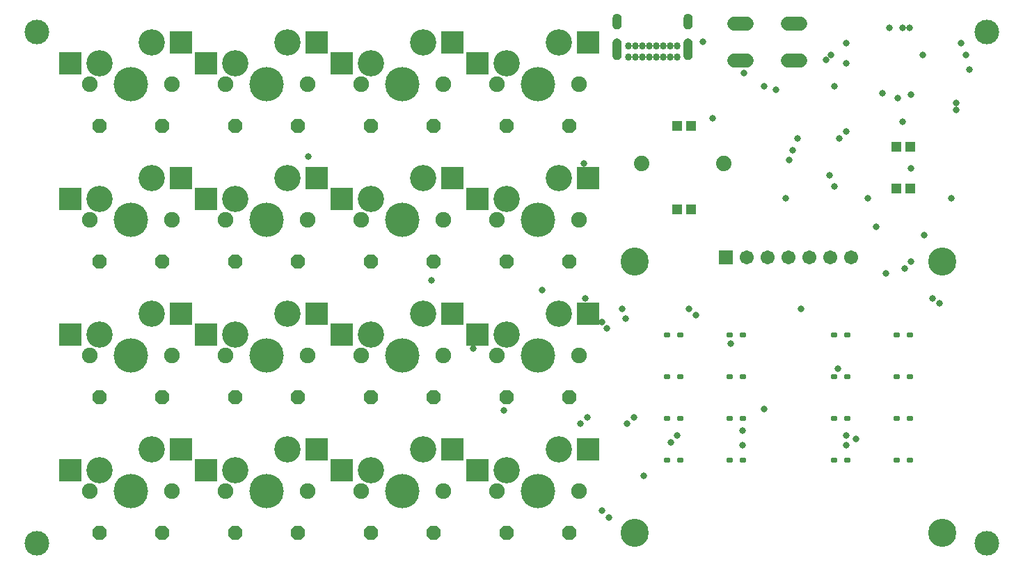
<source format=gbr>
G04 EAGLE Gerber RS-274X export*
G75*
%MOMM*%
%FSLAX34Y34*%
%LPD*%
%INSoldermask Bottom*%
%IPPOS*%
%AMOC8*
5,1,8,0,0,1.08239X$1,22.5*%
G01*
%ADD10C,3.003200*%
%ADD11R,1.303200X1.203200*%
%ADD12R,1.703200X1.703200*%
%ADD13C,1.703200*%
%ADD14C,3.419200*%
%ADD15C,3.203200*%
%ADD16R,2.753200X2.703200*%
%ADD17C,1.727200*%
%ADD18C,1.879600*%
%ADD19P,2.655319X8X22.500000*%
%ADD20P,1.843527X8X22.500000*%
%ADD21C,4.191000*%
%ADD22C,1.903200*%
%ADD23C,0.241278*%
%ADD24C,0.857200*%
%ADD25C,0.807200*%

G36*
X732528Y613657D02*
X732528Y613657D01*
X732533Y613662D01*
X732537Y613659D01*
X733569Y613972D01*
X733573Y613977D01*
X733578Y613975D01*
X734529Y614483D01*
X734532Y614490D01*
X734537Y614489D01*
X735370Y615173D01*
X735372Y615180D01*
X735377Y615180D01*
X736061Y616013D01*
X736061Y616020D01*
X736067Y616021D01*
X736575Y616972D01*
X736574Y616979D01*
X736578Y616981D01*
X736891Y618013D01*
X736890Y618017D01*
X736892Y618019D01*
X736891Y618021D01*
X736893Y618022D01*
X736999Y619095D01*
X736997Y619098D01*
X736999Y619100D01*
X736999Y634100D01*
X736997Y634103D01*
X736999Y634105D01*
X736893Y635178D01*
X736888Y635183D01*
X736891Y635187D01*
X736578Y636219D01*
X736573Y636223D01*
X736575Y636228D01*
X736067Y637179D01*
X736060Y637182D01*
X736061Y637187D01*
X735377Y638020D01*
X735370Y638022D01*
X735370Y638027D01*
X734537Y638711D01*
X734530Y638711D01*
X734529Y638717D01*
X733578Y639225D01*
X733571Y639224D01*
X733569Y639228D01*
X732537Y639541D01*
X732531Y639539D01*
X732528Y639543D01*
X731455Y639649D01*
X731449Y639645D01*
X731445Y639649D01*
X730372Y639543D01*
X730367Y639538D01*
X730363Y639541D01*
X729331Y639228D01*
X729327Y639223D01*
X729322Y639225D01*
X728371Y638717D01*
X728368Y638710D01*
X728363Y638711D01*
X727530Y638027D01*
X727528Y638020D01*
X727523Y638020D01*
X726839Y637187D01*
X726839Y637180D01*
X726833Y637179D01*
X726325Y636228D01*
X726326Y636222D01*
X726322Y636219D01*
X726009Y635187D01*
X726009Y635186D01*
X726008Y635185D01*
X726011Y635181D01*
X726007Y635178D01*
X725901Y634105D01*
X725903Y634102D01*
X725901Y634100D01*
X725901Y619100D01*
X725903Y619097D01*
X725901Y619095D01*
X726007Y618022D01*
X726012Y618017D01*
X726009Y618013D01*
X726322Y616981D01*
X726327Y616977D01*
X726325Y616972D01*
X726833Y616021D01*
X726840Y616018D01*
X726839Y616013D01*
X727523Y615180D01*
X727530Y615178D01*
X727530Y615173D01*
X728363Y614489D01*
X728370Y614489D01*
X728371Y614483D01*
X729322Y613975D01*
X729329Y613976D01*
X729331Y613972D01*
X730363Y613659D01*
X730370Y613661D01*
X730372Y613657D01*
X731445Y613551D01*
X731451Y613555D01*
X731455Y613551D01*
X732528Y613657D01*
G37*
G36*
X819028Y613657D02*
X819028Y613657D01*
X819033Y613662D01*
X819037Y613659D01*
X820069Y613972D01*
X820073Y613977D01*
X820078Y613975D01*
X821029Y614483D01*
X821032Y614490D01*
X821037Y614489D01*
X821870Y615173D01*
X821872Y615180D01*
X821877Y615180D01*
X822561Y616013D01*
X822561Y616020D01*
X822567Y616021D01*
X823075Y616972D01*
X823074Y616979D01*
X823078Y616981D01*
X823391Y618013D01*
X823390Y618017D01*
X823392Y618019D01*
X823391Y618021D01*
X823393Y618022D01*
X823499Y619095D01*
X823497Y619098D01*
X823499Y619100D01*
X823499Y634100D01*
X823497Y634103D01*
X823499Y634105D01*
X823393Y635178D01*
X823388Y635183D01*
X823391Y635187D01*
X823078Y636219D01*
X823073Y636223D01*
X823075Y636228D01*
X822567Y637179D01*
X822560Y637182D01*
X822561Y637187D01*
X821877Y638020D01*
X821870Y638022D01*
X821870Y638027D01*
X821037Y638711D01*
X821030Y638711D01*
X821029Y638717D01*
X820078Y639225D01*
X820071Y639224D01*
X820069Y639228D01*
X819037Y639541D01*
X819031Y639539D01*
X819028Y639543D01*
X817955Y639649D01*
X817949Y639645D01*
X817945Y639649D01*
X816872Y639543D01*
X816867Y639538D01*
X816863Y639541D01*
X815831Y639228D01*
X815827Y639223D01*
X815822Y639225D01*
X814871Y638717D01*
X814868Y638710D01*
X814863Y638711D01*
X814030Y638027D01*
X814028Y638020D01*
X814023Y638020D01*
X813339Y637187D01*
X813339Y637180D01*
X813333Y637179D01*
X812825Y636228D01*
X812826Y636222D01*
X812822Y636219D01*
X812509Y635187D01*
X812509Y635186D01*
X812508Y635185D01*
X812511Y635181D01*
X812507Y635178D01*
X812401Y634105D01*
X812403Y634102D01*
X812401Y634100D01*
X812401Y619100D01*
X812403Y619097D01*
X812401Y619095D01*
X812507Y618022D01*
X812512Y618017D01*
X812509Y618013D01*
X812822Y616981D01*
X812827Y616977D01*
X812825Y616972D01*
X813333Y616021D01*
X813340Y616018D01*
X813339Y616013D01*
X814023Y615180D01*
X814030Y615178D01*
X814030Y615173D01*
X814863Y614489D01*
X814870Y614489D01*
X814871Y614483D01*
X815822Y613975D01*
X815829Y613976D01*
X815831Y613972D01*
X816863Y613659D01*
X816870Y613661D01*
X816872Y613657D01*
X817945Y613551D01*
X817951Y613555D01*
X817955Y613551D01*
X819028Y613657D01*
G37*
G36*
X732528Y650957D02*
X732528Y650957D01*
X732533Y650962D01*
X732537Y650959D01*
X733569Y651272D01*
X733573Y651277D01*
X733578Y651275D01*
X734529Y651783D01*
X734532Y651790D01*
X734537Y651789D01*
X735370Y652473D01*
X735372Y652480D01*
X735377Y652480D01*
X736061Y653313D01*
X736061Y653320D01*
X736067Y653321D01*
X736575Y654272D01*
X736574Y654279D01*
X736578Y654281D01*
X736891Y655313D01*
X736890Y655317D01*
X736892Y655319D01*
X736891Y655321D01*
X736893Y655322D01*
X736999Y656395D01*
X736997Y656398D01*
X736999Y656400D01*
X736999Y664400D01*
X736997Y664403D01*
X736999Y664405D01*
X736893Y665478D01*
X736888Y665483D01*
X736891Y665487D01*
X736578Y666519D01*
X736573Y666523D01*
X736575Y666528D01*
X736067Y667479D01*
X736060Y667482D01*
X736061Y667487D01*
X735377Y668320D01*
X735370Y668322D01*
X735370Y668327D01*
X734537Y669011D01*
X734530Y669011D01*
X734529Y669017D01*
X733578Y669525D01*
X733571Y669524D01*
X733569Y669528D01*
X732537Y669841D01*
X732531Y669839D01*
X732528Y669843D01*
X731455Y669949D01*
X731449Y669945D01*
X731445Y669949D01*
X730372Y669843D01*
X730367Y669838D01*
X730363Y669841D01*
X729331Y669528D01*
X729327Y669523D01*
X729322Y669525D01*
X728371Y669017D01*
X728368Y669010D01*
X728363Y669011D01*
X727530Y668327D01*
X727528Y668320D01*
X727523Y668320D01*
X726839Y667487D01*
X726839Y667480D01*
X726833Y667479D01*
X726325Y666528D01*
X726326Y666526D01*
X726325Y666526D01*
X726326Y666525D01*
X726326Y666521D01*
X726322Y666519D01*
X726009Y665487D01*
X726011Y665481D01*
X726007Y665478D01*
X725901Y664405D01*
X725903Y664402D01*
X725901Y664400D01*
X725901Y656400D01*
X725903Y656397D01*
X725901Y656395D01*
X726007Y655322D01*
X726012Y655317D01*
X726009Y655313D01*
X726322Y654281D01*
X726327Y654277D01*
X726325Y654272D01*
X726833Y653321D01*
X726840Y653318D01*
X726839Y653313D01*
X727523Y652480D01*
X727530Y652478D01*
X727530Y652473D01*
X728363Y651789D01*
X728370Y651789D01*
X728371Y651783D01*
X729322Y651275D01*
X729329Y651276D01*
X729331Y651272D01*
X730363Y650959D01*
X730370Y650961D01*
X730372Y650957D01*
X731445Y650851D01*
X731451Y650855D01*
X731455Y650851D01*
X732528Y650957D01*
G37*
G36*
X819028Y650957D02*
X819028Y650957D01*
X819033Y650962D01*
X819037Y650959D01*
X820069Y651272D01*
X820073Y651277D01*
X820078Y651275D01*
X821029Y651783D01*
X821032Y651790D01*
X821037Y651789D01*
X821870Y652473D01*
X821872Y652480D01*
X821877Y652480D01*
X822561Y653313D01*
X822561Y653320D01*
X822567Y653321D01*
X823075Y654272D01*
X823074Y654279D01*
X823078Y654281D01*
X823391Y655313D01*
X823390Y655317D01*
X823392Y655319D01*
X823391Y655321D01*
X823393Y655322D01*
X823499Y656395D01*
X823497Y656398D01*
X823499Y656400D01*
X823499Y664400D01*
X823497Y664403D01*
X823499Y664405D01*
X823393Y665478D01*
X823388Y665483D01*
X823391Y665487D01*
X823078Y666519D01*
X823073Y666523D01*
X823075Y666528D01*
X822567Y667479D01*
X822560Y667482D01*
X822561Y667487D01*
X821877Y668320D01*
X821870Y668322D01*
X821870Y668327D01*
X821037Y669011D01*
X821030Y669011D01*
X821029Y669017D01*
X820078Y669525D01*
X820071Y669524D01*
X820069Y669528D01*
X819037Y669841D01*
X819031Y669839D01*
X819028Y669843D01*
X817955Y669949D01*
X817949Y669945D01*
X817945Y669949D01*
X816872Y669843D01*
X816867Y669838D01*
X816863Y669841D01*
X815831Y669528D01*
X815827Y669523D01*
X815822Y669525D01*
X814871Y669017D01*
X814868Y669010D01*
X814863Y669011D01*
X814030Y668327D01*
X814028Y668320D01*
X814023Y668320D01*
X813339Y667487D01*
X813339Y667480D01*
X813333Y667479D01*
X812825Y666528D01*
X812826Y666526D01*
X812825Y666526D01*
X812826Y666525D01*
X812826Y666521D01*
X812822Y666519D01*
X812509Y665487D01*
X812511Y665481D01*
X812507Y665478D01*
X812401Y664405D01*
X812403Y664402D01*
X812401Y664400D01*
X812401Y656400D01*
X812403Y656397D01*
X812401Y656395D01*
X812507Y655322D01*
X812512Y655317D01*
X812509Y655313D01*
X812822Y654281D01*
X812827Y654277D01*
X812825Y654272D01*
X813333Y653321D01*
X813340Y653318D01*
X813339Y653313D01*
X814023Y652480D01*
X814030Y652478D01*
X814030Y652473D01*
X814863Y651789D01*
X814870Y651789D01*
X814871Y651783D01*
X815822Y651275D01*
X815829Y651276D01*
X815831Y651272D01*
X816863Y650959D01*
X816870Y650961D01*
X816872Y650957D01*
X817945Y650851D01*
X817951Y650855D01*
X817955Y650851D01*
X819028Y650957D01*
G37*
D10*
X25400Y647700D03*
X25400Y25400D03*
X1181100Y647700D03*
X1181100Y25400D03*
D11*
X1088000Y508000D03*
X1071000Y508000D03*
X821300Y533400D03*
X804300Y533400D03*
X1088000Y457200D03*
X1071000Y457200D03*
X821300Y431800D03*
X804300Y431800D03*
D12*
X863600Y373200D03*
D13*
X889000Y373200D03*
X914400Y373200D03*
X939800Y373200D03*
X965200Y373200D03*
X990600Y373200D03*
X1016000Y373200D03*
D14*
X752800Y368200D03*
X1126800Y368200D03*
X752800Y38200D03*
X1126800Y38200D03*
D15*
X101600Y609600D03*
X165100Y635000D03*
D16*
X200600Y635000D03*
X66100Y609600D03*
D15*
X431800Y279400D03*
X495300Y304800D03*
D16*
X530800Y304800D03*
X396300Y279400D03*
D15*
X431800Y114300D03*
X495300Y139700D03*
D16*
X530800Y139700D03*
X396300Y114300D03*
D15*
X596900Y609600D03*
X660400Y635000D03*
D16*
X695900Y635000D03*
X561400Y609600D03*
D15*
X596900Y444500D03*
X660400Y469900D03*
D16*
X695900Y469900D03*
X561400Y444500D03*
D15*
X596900Y279400D03*
X660400Y304800D03*
D16*
X695900Y304800D03*
X561400Y279400D03*
D15*
X596900Y114300D03*
X660400Y139700D03*
D16*
X695900Y139700D03*
X561400Y114300D03*
D17*
X874268Y657606D02*
X889508Y657606D01*
X889508Y612394D02*
X874268Y612394D01*
X939292Y657606D02*
X954532Y657606D01*
X954532Y612394D02*
X939292Y612394D01*
D15*
X101600Y444500D03*
X165100Y469900D03*
D16*
X200600Y469900D03*
X66100Y444500D03*
D15*
X101600Y279400D03*
X165100Y304800D03*
D16*
X200600Y304800D03*
X66100Y279400D03*
D15*
X266700Y609600D03*
X330200Y635000D03*
D16*
X365700Y635000D03*
X231200Y609600D03*
D15*
X266700Y444500D03*
X330200Y469900D03*
D16*
X365700Y469900D03*
X231200Y444500D03*
D15*
X101600Y114300D03*
X165100Y139700D03*
D16*
X200600Y139700D03*
X66100Y114300D03*
D15*
X266700Y279400D03*
X330200Y304800D03*
D16*
X365700Y304800D03*
X231200Y279400D03*
D15*
X266700Y114300D03*
X330200Y139700D03*
D16*
X365700Y139700D03*
X231200Y114300D03*
D15*
X431800Y609600D03*
X495300Y635000D03*
D16*
X530800Y635000D03*
X396300Y609600D03*
D15*
X431800Y444500D03*
X495300Y469900D03*
D16*
X530800Y469900D03*
X396300Y444500D03*
D18*
X761530Y487680D03*
X861530Y487680D03*
D19*
X164800Y635000D03*
X101600Y609600D03*
D20*
X101600Y533400D03*
X177800Y533400D03*
D21*
X139700Y584200D03*
D22*
X189700Y584200D03*
X89700Y584200D03*
D19*
X164800Y469900D03*
X101600Y444500D03*
D20*
X101600Y368300D03*
X177800Y368300D03*
D21*
X139700Y419100D03*
D22*
X189700Y419100D03*
X89700Y419100D03*
D19*
X164800Y304800D03*
X101600Y279400D03*
D20*
X101600Y203200D03*
X177800Y203200D03*
D21*
X139700Y254000D03*
D22*
X189700Y254000D03*
X89700Y254000D03*
D19*
X164800Y139700D03*
X101600Y114300D03*
D20*
X101600Y38100D03*
X177800Y38100D03*
D21*
X139700Y88900D03*
D22*
X189700Y88900D03*
X89700Y88900D03*
D19*
X329900Y304800D03*
X266700Y279400D03*
D20*
X266700Y203200D03*
X342900Y203200D03*
D21*
X304800Y254000D03*
D22*
X354800Y254000D03*
X254800Y254000D03*
D19*
X495000Y304800D03*
X431800Y279400D03*
D20*
X431800Y203200D03*
X508000Y203200D03*
D21*
X469900Y254000D03*
D22*
X519900Y254000D03*
X419900Y254000D03*
D19*
X329900Y139700D03*
X266700Y114300D03*
D20*
X266700Y38100D03*
X342900Y38100D03*
D21*
X304800Y88900D03*
D22*
X354800Y88900D03*
X254800Y88900D03*
D19*
X495000Y139700D03*
X431800Y114300D03*
D20*
X431800Y38100D03*
X508000Y38100D03*
D21*
X469900Y88900D03*
D22*
X519900Y88900D03*
X419900Y88900D03*
D19*
X660100Y635000D03*
X596900Y609600D03*
D20*
X596900Y533400D03*
X673100Y533400D03*
D21*
X635000Y584200D03*
D22*
X685000Y584200D03*
X585000Y584200D03*
D19*
X660100Y304800D03*
X596900Y279400D03*
D20*
X596900Y203200D03*
X673100Y203200D03*
D21*
X635000Y254000D03*
D22*
X685000Y254000D03*
X585000Y254000D03*
D19*
X660100Y469900D03*
X596900Y444500D03*
D20*
X596900Y368300D03*
X673100Y368300D03*
D21*
X635000Y419100D03*
D22*
X685000Y419100D03*
X585000Y419100D03*
D19*
X660100Y139700D03*
X596900Y114300D03*
D20*
X596900Y38100D03*
X673100Y38100D03*
D21*
X635000Y88900D03*
D22*
X685000Y88900D03*
X585000Y88900D03*
D19*
X329900Y635000D03*
X266700Y609600D03*
D20*
X266700Y533400D03*
X342900Y533400D03*
D21*
X304800Y584200D03*
D22*
X354800Y584200D03*
X254800Y584200D03*
D19*
X495000Y635000D03*
X431800Y609600D03*
D20*
X431800Y533400D03*
X508000Y533400D03*
D21*
X469900Y584200D03*
D22*
X519900Y584200D03*
X419900Y584200D03*
D19*
X329900Y469900D03*
X266700Y444500D03*
D20*
X266700Y368300D03*
X342900Y368300D03*
D21*
X304800Y419100D03*
D22*
X354800Y419100D03*
X254800Y419100D03*
D19*
X495000Y469900D03*
X431800Y444500D03*
D20*
X431800Y368300D03*
X508000Y368300D03*
D21*
X469900Y419100D03*
D22*
X519900Y419100D03*
X419900Y419100D03*
D23*
X805640Y281210D02*
X810560Y281210D01*
X810560Y277590D01*
X805640Y277590D01*
X805640Y281210D01*
X805640Y279882D02*
X810560Y279882D01*
X794560Y281210D02*
X789640Y281210D01*
X794560Y281210D02*
X794560Y277590D01*
X789640Y277590D01*
X789640Y281210D01*
X789640Y279882D02*
X794560Y279882D01*
X805640Y230410D02*
X810560Y230410D01*
X810560Y226790D01*
X805640Y226790D01*
X805640Y230410D01*
X805640Y229082D02*
X810560Y229082D01*
X794560Y230410D02*
X789640Y230410D01*
X794560Y230410D02*
X794560Y226790D01*
X789640Y226790D01*
X789640Y230410D01*
X789640Y229082D02*
X794560Y229082D01*
X805640Y179610D02*
X810560Y179610D01*
X810560Y175990D01*
X805640Y175990D01*
X805640Y179610D01*
X805640Y178282D02*
X810560Y178282D01*
X794560Y179610D02*
X789640Y179610D01*
X794560Y179610D02*
X794560Y175990D01*
X789640Y175990D01*
X789640Y179610D01*
X789640Y178282D02*
X794560Y178282D01*
X805640Y128810D02*
X810560Y128810D01*
X810560Y125190D01*
X805640Y125190D01*
X805640Y128810D01*
X805640Y127482D02*
X810560Y127482D01*
X794560Y128810D02*
X789640Y128810D01*
X794560Y128810D02*
X794560Y125190D01*
X789640Y125190D01*
X789640Y128810D01*
X789640Y127482D02*
X794560Y127482D01*
X881840Y281210D02*
X886760Y281210D01*
X886760Y277590D01*
X881840Y277590D01*
X881840Y281210D01*
X881840Y279882D02*
X886760Y279882D01*
X870760Y281210D02*
X865840Y281210D01*
X870760Y281210D02*
X870760Y277590D01*
X865840Y277590D01*
X865840Y281210D01*
X865840Y279882D02*
X870760Y279882D01*
X881840Y230410D02*
X886760Y230410D01*
X886760Y226790D01*
X881840Y226790D01*
X881840Y230410D01*
X881840Y229082D02*
X886760Y229082D01*
X870760Y230410D02*
X865840Y230410D01*
X870760Y230410D02*
X870760Y226790D01*
X865840Y226790D01*
X865840Y230410D01*
X865840Y229082D02*
X870760Y229082D01*
X881840Y179610D02*
X886760Y179610D01*
X886760Y175990D01*
X881840Y175990D01*
X881840Y179610D01*
X881840Y178282D02*
X886760Y178282D01*
X870760Y179610D02*
X865840Y179610D01*
X870760Y179610D02*
X870760Y175990D01*
X865840Y175990D01*
X865840Y179610D01*
X865840Y178282D02*
X870760Y178282D01*
X881840Y128810D02*
X886760Y128810D01*
X886760Y125190D01*
X881840Y125190D01*
X881840Y128810D01*
X881840Y127482D02*
X886760Y127482D01*
X870760Y128810D02*
X865840Y128810D01*
X870760Y128810D02*
X870760Y125190D01*
X865840Y125190D01*
X865840Y128810D01*
X865840Y127482D02*
X870760Y127482D01*
X1008840Y281210D02*
X1013760Y281210D01*
X1013760Y277590D01*
X1008840Y277590D01*
X1008840Y281210D01*
X1008840Y279882D02*
X1013760Y279882D01*
X997760Y281210D02*
X992840Y281210D01*
X997760Y281210D02*
X997760Y277590D01*
X992840Y277590D01*
X992840Y281210D01*
X992840Y279882D02*
X997760Y279882D01*
X1008840Y230410D02*
X1013760Y230410D01*
X1013760Y226790D01*
X1008840Y226790D01*
X1008840Y230410D01*
X1008840Y229082D02*
X1013760Y229082D01*
X997760Y230410D02*
X992840Y230410D01*
X997760Y230410D02*
X997760Y226790D01*
X992840Y226790D01*
X992840Y230410D01*
X992840Y229082D02*
X997760Y229082D01*
X1008840Y179610D02*
X1013760Y179610D01*
X1013760Y175990D01*
X1008840Y175990D01*
X1008840Y179610D01*
X1008840Y178282D02*
X1013760Y178282D01*
X997760Y179610D02*
X992840Y179610D01*
X997760Y179610D02*
X997760Y175990D01*
X992840Y175990D01*
X992840Y179610D01*
X992840Y178282D02*
X997760Y178282D01*
X1008840Y128810D02*
X1013760Y128810D01*
X1013760Y125190D01*
X1008840Y125190D01*
X1008840Y128810D01*
X1008840Y127482D02*
X1013760Y127482D01*
X997760Y128810D02*
X992840Y128810D01*
X997760Y128810D02*
X997760Y125190D01*
X992840Y125190D01*
X992840Y128810D01*
X992840Y127482D02*
X997760Y127482D01*
X1085040Y281210D02*
X1089960Y281210D01*
X1089960Y277590D01*
X1085040Y277590D01*
X1085040Y281210D01*
X1085040Y279882D02*
X1089960Y279882D01*
X1073960Y281210D02*
X1069040Y281210D01*
X1073960Y281210D02*
X1073960Y277590D01*
X1069040Y277590D01*
X1069040Y281210D01*
X1069040Y279882D02*
X1073960Y279882D01*
X1085040Y230410D02*
X1089960Y230410D01*
X1089960Y226790D01*
X1085040Y226790D01*
X1085040Y230410D01*
X1085040Y229082D02*
X1089960Y229082D01*
X1073960Y230410D02*
X1069040Y230410D01*
X1073960Y230410D02*
X1073960Y226790D01*
X1069040Y226790D01*
X1069040Y230410D01*
X1069040Y229082D02*
X1073960Y229082D01*
X1085040Y179610D02*
X1089960Y179610D01*
X1089960Y175990D01*
X1085040Y175990D01*
X1085040Y179610D01*
X1085040Y178282D02*
X1089960Y178282D01*
X1073960Y179610D02*
X1069040Y179610D01*
X1073960Y179610D02*
X1073960Y175990D01*
X1069040Y175990D01*
X1069040Y179610D01*
X1069040Y178282D02*
X1073960Y178282D01*
X1085040Y128810D02*
X1089960Y128810D01*
X1089960Y125190D01*
X1085040Y125190D01*
X1085040Y128810D01*
X1085040Y127482D02*
X1089960Y127482D01*
X1073960Y128810D02*
X1069040Y128810D01*
X1073960Y128810D02*
X1073960Y125190D01*
X1069040Y125190D01*
X1069040Y128810D01*
X1069040Y127482D02*
X1073960Y127482D01*
D24*
X804450Y616800D03*
X795950Y616800D03*
X787450Y616800D03*
X778950Y616800D03*
X770450Y616800D03*
X761950Y616800D03*
X753450Y616800D03*
X744950Y616800D03*
X744950Y630300D03*
X753450Y630300D03*
X761950Y630300D03*
X770450Y630300D03*
X778950Y630300D03*
X787450Y630300D03*
X795950Y630300D03*
X804450Y630300D03*
D25*
X796544Y148336D03*
X804672Y156464D03*
X1103376Y619760D03*
X1144016Y552704D03*
X1115568Y323088D03*
X1087120Y652272D03*
X741680Y298704D03*
X690880Y487680D03*
X719328Y286512D03*
X692912Y323088D03*
X751840Y178816D03*
X743712Y170688D03*
X694944Y178816D03*
X686816Y170688D03*
X593344Y186944D03*
X355600Y495808D03*
X556768Y262128D03*
X505968Y345440D03*
X713232Y294640D03*
X640080Y333248D03*
X869696Y268224D03*
X764032Y107696D03*
X1022096Y152400D03*
X737616Y310896D03*
X721360Y56896D03*
X713232Y65024D03*
X827024Y302768D03*
X818896Y310896D03*
X1089152Y570992D03*
X1160272Y601472D03*
X1089152Y367792D03*
X1081024Y359664D03*
X989584Y473456D03*
X924560Y577088D03*
X885952Y597408D03*
X936752Y445008D03*
X847344Y542544D03*
X1036320Y445008D03*
X1001776Y518160D03*
X1009904Y526288D03*
X1009904Y633984D03*
X995680Y459232D03*
X991616Y619760D03*
X1137920Y445008D03*
X1054608Y573024D03*
X883920Y144272D03*
X883920Y162560D03*
X999744Y237744D03*
X910336Y188976D03*
X1009904Y144272D03*
X1009904Y156464D03*
X1078992Y652272D03*
X1144016Y560832D03*
X1123696Y316992D03*
X1089152Y481584D03*
X835660Y636016D03*
X910336Y581152D03*
X1009904Y609600D03*
X1062736Y652272D03*
X985520Y613664D03*
X1078992Y538480D03*
X1072896Y566928D03*
X995680Y581152D03*
X955040Y310896D03*
X1150112Y633984D03*
X1105408Y400304D03*
X1058672Y353568D03*
X950976Y518160D03*
X1156208Y619760D03*
X1046480Y410464D03*
X940816Y491744D03*
X944880Y503936D03*
M02*

</source>
